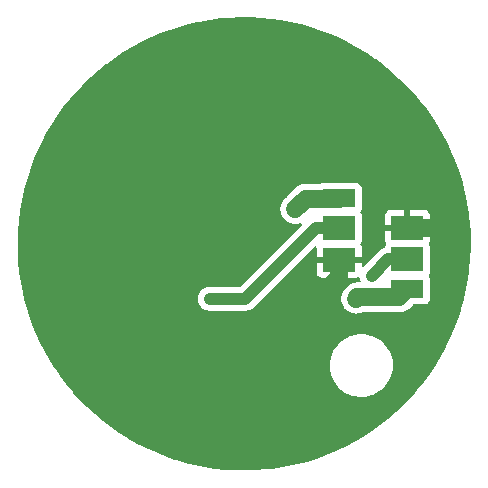
<source format=gbr>
%TF.GenerationSoftware,KiCad,Pcbnew,(6.0.6-0)*%
%TF.CreationDate,2022-07-21T13:24:52+02:00*%
%TF.ProjectId,GlowTubeLEDconnectorA_PCB,476c6f77-5475-4626-954c-4544636f6e6e,rev?*%
%TF.SameCoordinates,Original*%
%TF.FileFunction,Copper,L1,Top*%
%TF.FilePolarity,Positive*%
%FSLAX46Y46*%
G04 Gerber Fmt 4.6, Leading zero omitted, Abs format (unit mm)*
G04 Created by KiCad (PCBNEW (6.0.6-0)) date 2022-07-21 13:24:52*
%MOMM*%
%LPD*%
G01*
G04 APERTURE LIST*
%TA.AperFunction,SMDPad,CuDef*%
%ADD10R,2.800000X1.600000*%
%TD*%
%TA.AperFunction,SMDPad,CuDef*%
%ADD11R,2.800000X2.000000*%
%TD*%
%TA.AperFunction,ViaPad*%
%ADD12C,0.800000*%
%TD*%
%TA.AperFunction,Conductor*%
%ADD13C,1.500000*%
%TD*%
%TA.AperFunction,Conductor*%
%ADD14C,1.000000*%
%TD*%
G04 APERTURE END LIST*
D10*
%TO.P,U2,1,5V*%
%TO.N,+5V*%
X111045600Y-65826200D03*
D11*
%TO.P,U2,2,Data*%
%TO.N,LED2 DATA OUT*%
X111045600Y-68325466D03*
%TO.P,U2,3,GND*%
%TO.N,GND*%
X111045600Y-71024732D03*
%TD*%
D10*
%TO.P,U1,1,5V*%
%TO.N,+5V*%
X116834400Y-73493800D03*
D11*
%TO.P,U1,2,Data*%
%TO.N,LED1 DATA OUT*%
X116834400Y-70994534D03*
%TO.P,U1,3,GND*%
%TO.N,GND*%
X116834400Y-68295268D03*
%TD*%
D12*
%TO.N,+5V*%
X108220000Y-65840000D03*
X112490000Y-74310000D03*
X114290000Y-74200000D03*
X107340000Y-66720000D03*
%TO.N,LED1 DATA OUT*%
X113790000Y-72370000D03*
%TO.N,GND*%
X92360000Y-74950000D03*
X119155268Y-68295268D03*
X119570000Y-69310000D03*
X93730000Y-76320000D03*
%TO.N,LED2 DATA OUT*%
X100080000Y-74320000D03*
%TD*%
D13*
%TO.N,+5V*%
X114290000Y-74200000D02*
X116128200Y-74200000D01*
X112490000Y-74310000D02*
X112600000Y-74200000D01*
X112600000Y-74200000D02*
X114290000Y-74200000D01*
X108220000Y-65840000D02*
X107340000Y-66720000D01*
X108220000Y-65840000D02*
X111031800Y-65840000D01*
X111031800Y-65840000D02*
X111045600Y-65826200D01*
X107340000Y-66720000D02*
X107340000Y-66710000D01*
X116128200Y-74200000D02*
X116834400Y-73493800D01*
X107340000Y-66710000D02*
X107430000Y-66620000D01*
D14*
%TO.N,LED1 DATA OUT*%
X115165466Y-70994534D02*
X116834400Y-70994534D01*
X116959866Y-71120000D02*
X116834400Y-70994534D01*
X113790000Y-72370000D02*
X115165466Y-70994534D01*
D13*
%TO.N,GND*%
X119570000Y-68710000D02*
X119570000Y-69310000D01*
X107210000Y-76320000D02*
X95430000Y-76320000D01*
X111045600Y-71024732D02*
X111045600Y-72484400D01*
X119155268Y-68295268D02*
X119570000Y-68710000D01*
X119570000Y-69310000D02*
X119570000Y-69360000D01*
X95430000Y-76320000D02*
X93730000Y-76320000D01*
X93730000Y-76320000D02*
X92360000Y-74950000D01*
X116834400Y-68295268D02*
X119155268Y-68295268D01*
X111045600Y-72484400D02*
X107210000Y-76320000D01*
D14*
%TO.N,LED2 DATA OUT*%
X111045600Y-68325466D02*
X109094534Y-68325466D01*
X103100000Y-74320000D02*
X100080000Y-74320000D01*
X109094534Y-68325466D02*
X103100000Y-74320000D01*
%TD*%
%TA.AperFunction,Conductor*%
%TO.N,GND*%
G36*
X103542985Y-50485967D02*
G01*
X103548700Y-50486126D01*
X104412701Y-50529895D01*
X104418402Y-50530314D01*
X105279504Y-50613228D01*
X105285180Y-50613905D01*
X106141650Y-50735799D01*
X106147286Y-50736732D01*
X106997315Y-50897347D01*
X107002907Y-50898535D01*
X107844822Y-51097555D01*
X107850355Y-51098997D01*
X108682322Y-51335989D01*
X108687780Y-51337678D01*
X109508189Y-51612183D01*
X109513549Y-51614113D01*
X110111501Y-51844844D01*
X110320658Y-51925551D01*
X110325908Y-51927715D01*
X111118098Y-52275462D01*
X111123225Y-52277853D01*
X111656797Y-52541560D01*
X111898766Y-52661149D01*
X111903833Y-52663798D01*
X112661208Y-53081892D01*
X112666149Y-53084767D01*
X113403761Y-53536776D01*
X113408566Y-53539873D01*
X114124901Y-54024868D01*
X114129562Y-54028180D01*
X114823195Y-54545198D01*
X114827668Y-54548694D01*
X115094489Y-54767084D01*
X115497124Y-55096637D01*
X115501465Y-55100358D01*
X116145346Y-55678079D01*
X116149514Y-55681992D01*
X116766563Y-56288364D01*
X116770548Y-56292463D01*
X117359415Y-56926160D01*
X117363211Y-56930435D01*
X117922755Y-57590226D01*
X117926353Y-57594670D01*
X118455361Y-58279127D01*
X118458754Y-58283728D01*
X118956199Y-58991521D01*
X118959379Y-58996272D01*
X119424187Y-59725875D01*
X119427149Y-59730765D01*
X119858379Y-60480696D01*
X119861116Y-60485716D01*
X120164909Y-61074302D01*
X120257899Y-61254467D01*
X120260398Y-61259593D01*
X120621900Y-62045553D01*
X120624151Y-62050755D01*
X120829208Y-62555748D01*
X120949631Y-62852316D01*
X120951661Y-62857660D01*
X121240434Y-63673127D01*
X121242220Y-63678559D01*
X121493705Y-64506296D01*
X121495240Y-64511796D01*
X121613226Y-64974669D01*
X121708918Y-65350085D01*
X121710201Y-65355643D01*
X121766438Y-65627201D01*
X121885632Y-66202767D01*
X121886664Y-66208390D01*
X122023484Y-67062589D01*
X122024260Y-67068253D01*
X122064439Y-67420900D01*
X122121163Y-67918753D01*
X122122192Y-67927788D01*
X122122709Y-67933472D01*
X122180987Y-68788302D01*
X122181549Y-68796549D01*
X122181808Y-68802242D01*
X122197004Y-69471887D01*
X122201453Y-69667928D01*
X122201478Y-69672102D01*
X122197411Y-70060512D01*
X122197313Y-70069826D01*
X122197200Y-70073996D01*
X122167037Y-70764867D01*
X122159432Y-70939041D01*
X122159054Y-70944730D01*
X122082165Y-71806261D01*
X122082152Y-71806403D01*
X122081517Y-71812068D01*
X122050801Y-72039251D01*
X121965602Y-72669391D01*
X121964712Y-72675014D01*
X121810025Y-73526195D01*
X121808883Y-73531759D01*
X121615745Y-74375044D01*
X121614342Y-74380586D01*
X121383163Y-75214191D01*
X121381511Y-75219664D01*
X121327688Y-75384337D01*
X121112739Y-76041974D01*
X121110858Y-76047316D01*
X120805058Y-76856592D01*
X120802917Y-76861890D01*
X120472478Y-77629164D01*
X120460735Y-77656430D01*
X120458361Y-77661615D01*
X120212005Y-78168965D01*
X120080486Y-78439817D01*
X120077876Y-78444896D01*
X119897646Y-78776839D01*
X119665087Y-79205160D01*
X119662246Y-79210121D01*
X119215389Y-79950883D01*
X119212325Y-79955710D01*
X118732350Y-80675401D01*
X118729071Y-80680085D01*
X118216917Y-81377300D01*
X118213429Y-81381829D01*
X117670191Y-82055070D01*
X117666501Y-82059437D01*
X117437190Y-82318627D01*
X117132557Y-82662953D01*
X117093268Y-82707361D01*
X117089390Y-82711548D01*
X116493938Y-83326007D01*
X116487354Y-83332801D01*
X116483290Y-83336808D01*
X115982083Y-83809121D01*
X115853703Y-83930101D01*
X115849454Y-83933927D01*
X115193599Y-84498051D01*
X115189181Y-84501680D01*
X114508424Y-85035461D01*
X114503847Y-85038885D01*
X113799539Y-85541264D01*
X113794810Y-85544478D01*
X113068476Y-86014364D01*
X113063615Y-86017355D01*
X112316686Y-86453825D01*
X112311700Y-86456589D01*
X111545736Y-86858729D01*
X111540635Y-86861261D01*
X111295226Y-86976219D01*
X110757227Y-87228236D01*
X110751996Y-87230543D01*
X109952752Y-87561601D01*
X109947422Y-87563668D01*
X109134003Y-87858121D01*
X109128584Y-87859945D01*
X108302625Y-88117203D01*
X108297129Y-88118779D01*
X107460359Y-88338301D01*
X107454798Y-88339626D01*
X106608917Y-88520968D01*
X106603301Y-88522039D01*
X105750063Y-88664822D01*
X105744424Y-88665635D01*
X105444255Y-88701959D01*
X104885603Y-88769563D01*
X104879913Y-88770121D01*
X104017275Y-88834983D01*
X104011566Y-88835283D01*
X103529370Y-88849594D01*
X103146809Y-88860948D01*
X103141112Y-88860987D01*
X102479394Y-88850592D01*
X102276149Y-88847399D01*
X102270436Y-88847180D01*
X101406959Y-88794368D01*
X101401262Y-88793890D01*
X100541049Y-88701959D01*
X100535379Y-88701222D01*
X100136562Y-88640195D01*
X99680230Y-88570366D01*
X99674642Y-88569381D01*
X99250467Y-88484622D01*
X98826314Y-88399868D01*
X98820734Y-88398621D01*
X98405109Y-88295765D01*
X97980949Y-88190795D01*
X97975474Y-88189308D01*
X97301287Y-87989604D01*
X97146001Y-87943606D01*
X97140558Y-87941859D01*
X96886058Y-87853731D01*
X96323068Y-87658778D01*
X96317736Y-87656795D01*
X95915832Y-87496858D01*
X95513941Y-87336926D01*
X95508678Y-87334692D01*
X94720220Y-86978690D01*
X94715064Y-86976219D01*
X94205787Y-86717848D01*
X93943589Y-86584827D01*
X93938560Y-86582131D01*
X93714323Y-86455264D01*
X93185600Y-86156127D01*
X93180710Y-86153211D01*
X92447849Y-85693489D01*
X92443126Y-85690375D01*
X91731872Y-85197879D01*
X91727270Y-85194537D01*
X91039086Y-84670280D01*
X91034618Y-84666713D01*
X90370945Y-84111797D01*
X90366644Y-84108031D01*
X89728850Y-83523600D01*
X89724723Y-83519643D01*
X89114069Y-82906853D01*
X89110127Y-82902713D01*
X88527916Y-82262872D01*
X88524165Y-82258557D01*
X88144893Y-81801722D01*
X87971568Y-81592952D01*
X87968026Y-81588483D01*
X87935060Y-81544893D01*
X87446183Y-80898482D01*
X87442846Y-80893854D01*
X87292708Y-80675401D01*
X86952852Y-80180908D01*
X86949722Y-80176124D01*
X86858161Y-80029025D01*
X110266884Y-80029025D01*
X110267186Y-80032860D01*
X110285138Y-80260957D01*
X110292400Y-80353235D01*
X110357236Y-80671918D01*
X110460428Y-80980324D01*
X110600435Y-81273856D01*
X110775171Y-81548137D01*
X110777614Y-81551100D01*
X110777615Y-81551102D01*
X110927338Y-81732730D01*
X110982031Y-81799078D01*
X111217932Y-82022939D01*
X111479356Y-82216383D01*
X111557787Y-82260757D01*
X111759049Y-82374626D01*
X111759053Y-82374628D01*
X111762406Y-82376525D01*
X112062862Y-82500978D01*
X112166318Y-82529669D01*
X112372530Y-82586857D01*
X112372538Y-82586859D01*
X112376246Y-82587887D01*
X112697886Y-82635956D01*
X112701184Y-82636100D01*
X112812948Y-82640980D01*
X112812952Y-82640980D01*
X112814324Y-82641040D01*
X113012628Y-82641040D01*
X113254635Y-82626238D01*
X113258418Y-82625537D01*
X113258425Y-82625536D01*
X113458489Y-82588456D01*
X113574402Y-82566973D01*
X113783712Y-82500978D01*
X113880890Y-82470338D01*
X113880893Y-82470337D01*
X113884562Y-82469180D01*
X113888059Y-82467586D01*
X113888065Y-82467584D01*
X114176984Y-82335916D01*
X114176988Y-82335914D01*
X114180492Y-82334317D01*
X114457781Y-82164394D01*
X114460785Y-82162004D01*
X114460790Y-82162001D01*
X114595220Y-82055070D01*
X114712294Y-81961945D01*
X114714988Y-81959204D01*
X114714992Y-81959200D01*
X114937543Y-81732730D01*
X114937547Y-81732725D01*
X114940238Y-81729987D01*
X115138215Y-81471979D01*
X115303272Y-81191767D01*
X115432950Y-80893528D01*
X115525315Y-80581709D01*
X115578991Y-80260957D01*
X115593176Y-79936055D01*
X115580418Y-79773950D01*
X115567962Y-79615680D01*
X115567962Y-79615677D01*
X115567660Y-79611845D01*
X115502824Y-79293162D01*
X115399632Y-78984756D01*
X115259625Y-78691224D01*
X115252388Y-78679863D01*
X115133407Y-78493101D01*
X115084889Y-78416943D01*
X114937500Y-78238146D01*
X114880472Y-78168965D01*
X114880468Y-78168960D01*
X114878029Y-78166002D01*
X114642128Y-77942141D01*
X114380704Y-77748697D01*
X114175811Y-77632774D01*
X114101011Y-77590454D01*
X114101007Y-77590452D01*
X114097654Y-77588555D01*
X113797198Y-77464102D01*
X113693742Y-77435411D01*
X113487530Y-77378223D01*
X113487522Y-77378221D01*
X113483814Y-77377193D01*
X113162174Y-77329124D01*
X113158876Y-77328980D01*
X113047112Y-77324100D01*
X113047108Y-77324100D01*
X113045736Y-77324040D01*
X112847432Y-77324040D01*
X112605425Y-77338842D01*
X112601642Y-77339543D01*
X112601635Y-77339544D01*
X112445542Y-77368474D01*
X112285658Y-77398107D01*
X112101088Y-77456302D01*
X111979170Y-77494742D01*
X111979167Y-77494743D01*
X111975498Y-77495900D01*
X111972001Y-77497494D01*
X111971995Y-77497496D01*
X111683076Y-77629164D01*
X111683072Y-77629166D01*
X111679568Y-77630763D01*
X111402279Y-77800686D01*
X111399275Y-77803076D01*
X111399270Y-77803079D01*
X111278307Y-77899298D01*
X111147766Y-78003135D01*
X111145072Y-78005876D01*
X111145068Y-78005880D01*
X110922517Y-78232350D01*
X110922513Y-78232355D01*
X110919822Y-78235093D01*
X110721845Y-78493101D01*
X110556788Y-78773313D01*
X110427110Y-79071552D01*
X110426016Y-79075246D01*
X110426014Y-79075251D01*
X110386788Y-79207676D01*
X110334745Y-79383371D01*
X110281069Y-79704123D01*
X110266884Y-80029025D01*
X86858161Y-80029025D01*
X86492587Y-79441707D01*
X86489676Y-79436786D01*
X86066310Y-78682355D01*
X86063626Y-78677307D01*
X85674925Y-77904462D01*
X85672473Y-77899298D01*
X85477800Y-77464102D01*
X85319230Y-77109614D01*
X85317017Y-77104350D01*
X84999959Y-76299451D01*
X84997985Y-76294086D01*
X84717762Y-75475621D01*
X84716034Y-75470171D01*
X84473240Y-74639878D01*
X84471760Y-74634356D01*
X84393403Y-74312925D01*
X99066645Y-74312925D01*
X99084570Y-74509888D01*
X99140410Y-74699619D01*
X99143263Y-74705077D01*
X99143265Y-74705081D01*
X99189109Y-74792771D01*
X99232040Y-74874890D01*
X99355968Y-75029025D01*
X99360692Y-75032989D01*
X99367933Y-75039065D01*
X99507474Y-75156154D01*
X99512872Y-75159121D01*
X99512877Y-75159125D01*
X99622999Y-75219664D01*
X99680787Y-75251433D01*
X99686654Y-75253294D01*
X99686656Y-75253295D01*
X99845726Y-75303755D01*
X99869306Y-75311235D01*
X100023227Y-75328500D01*
X103038157Y-75328500D01*
X103051764Y-75329237D01*
X103083262Y-75332659D01*
X103083267Y-75332659D01*
X103089388Y-75333324D01*
X103115638Y-75331027D01*
X103139388Y-75328950D01*
X103144214Y-75328621D01*
X103146686Y-75328500D01*
X103149769Y-75328500D01*
X103161738Y-75327326D01*
X103192506Y-75324310D01*
X103193819Y-75324188D01*
X103238084Y-75320315D01*
X103286413Y-75316087D01*
X103291532Y-75314600D01*
X103296833Y-75314080D01*
X103385834Y-75287209D01*
X103386967Y-75286874D01*
X103470414Y-75262630D01*
X103470418Y-75262628D01*
X103476336Y-75260909D01*
X103481068Y-75258456D01*
X103486169Y-75256916D01*
X103519863Y-75239001D01*
X103568260Y-75213269D01*
X103569426Y-75212657D01*
X103646453Y-75172729D01*
X103651926Y-75169892D01*
X103656089Y-75166569D01*
X103660796Y-75164066D01*
X103732918Y-75105245D01*
X103733774Y-75104554D01*
X103772973Y-75073262D01*
X103775477Y-75070758D01*
X103776195Y-75070116D01*
X103780528Y-75066415D01*
X103814062Y-75039065D01*
X103843288Y-75003737D01*
X103851277Y-74994958D01*
X104628778Y-74217457D01*
X111229806Y-74217457D01*
X111233335Y-74442081D01*
X111234415Y-74447586D01*
X111274104Y-74649881D01*
X111276585Y-74662529D01*
X111278623Y-74667755D01*
X111278624Y-74667760D01*
X111293175Y-74705081D01*
X111358190Y-74871835D01*
X111475570Y-75063382D01*
X111479305Y-75067575D01*
X111479308Y-75067578D01*
X111567506Y-75166569D01*
X111625015Y-75231115D01*
X111801801Y-75369734D01*
X111806760Y-75372359D01*
X111806759Y-75372359D01*
X111988533Y-75468602D01*
X112000341Y-75474854D01*
X112005687Y-75476560D01*
X112005689Y-75476561D01*
X112115925Y-75511742D01*
X112214357Y-75543156D01*
X112219914Y-75543888D01*
X112219916Y-75543888D01*
X112325721Y-75557817D01*
X112437086Y-75572479D01*
X112442685Y-75572215D01*
X112442687Y-75572215D01*
X112549287Y-75567187D01*
X112661488Y-75561896D01*
X112880470Y-75511742D01*
X112981611Y-75468602D01*
X113031043Y-75458500D01*
X116036804Y-75458500D01*
X116053251Y-75459578D01*
X116069716Y-75461746D01*
X116069720Y-75461746D01*
X116075286Y-75462479D01*
X116156689Y-75458640D01*
X116162624Y-75458500D01*
X116185199Y-75458500D01*
X116211189Y-75456181D01*
X116216448Y-75455822D01*
X116299688Y-75451896D01*
X116305147Y-75450646D01*
X116305152Y-75450645D01*
X116317170Y-75447892D01*
X116334099Y-75445211D01*
X116351962Y-75443617D01*
X116357378Y-75442135D01*
X116357380Y-75442135D01*
X116432333Y-75421630D01*
X116437451Y-75420344D01*
X116513200Y-75402995D01*
X116513202Y-75402994D01*
X116518670Y-75401742D01*
X116529170Y-75397263D01*
X116535167Y-75394706D01*
X116551342Y-75389073D01*
X116563239Y-75385818D01*
X116563243Y-75385817D01*
X116568651Y-75384337D01*
X116643867Y-75348461D01*
X116648676Y-75346290D01*
X116720149Y-75315804D01*
X116720150Y-75315804D01*
X116725309Y-75313603D01*
X116740310Y-75303749D01*
X116755225Y-75295346D01*
X116771418Y-75287622D01*
X116775969Y-75284352D01*
X116775972Y-75284350D01*
X116839081Y-75239001D01*
X116843432Y-75236011D01*
X116909210Y-75192804D01*
X116909218Y-75192798D01*
X116913074Y-75190265D01*
X116933862Y-75171743D01*
X116944139Y-75163510D01*
X116953854Y-75156529D01*
X117028260Y-75079748D01*
X117029649Y-75078338D01*
X117268782Y-74839205D01*
X117331094Y-74805179D01*
X117357877Y-74802300D01*
X118282534Y-74802300D01*
X118344716Y-74795545D01*
X118481105Y-74744415D01*
X118597661Y-74657061D01*
X118685015Y-74540505D01*
X118736145Y-74404116D01*
X118742900Y-74341934D01*
X118742900Y-72645666D01*
X118736145Y-72583484D01*
X118685015Y-72447095D01*
X118664507Y-72419731D01*
X118639660Y-72353224D01*
X118654714Y-72283842D01*
X118664507Y-72268603D01*
X118679629Y-72248425D01*
X118685015Y-72241239D01*
X118736145Y-72104850D01*
X118742900Y-72042668D01*
X118742900Y-69946400D01*
X118736145Y-69884218D01*
X118685015Y-69747829D01*
X118664195Y-69720049D01*
X118639347Y-69653543D01*
X118654400Y-69584160D01*
X118664195Y-69568919D01*
X118679186Y-69548916D01*
X118687724Y-69533322D01*
X118732878Y-69412874D01*
X118736505Y-69397619D01*
X118742031Y-69346754D01*
X118742400Y-69339940D01*
X118742400Y-68567383D01*
X118737925Y-68552144D01*
X118736535Y-68550939D01*
X118728852Y-68549268D01*
X114944516Y-68549268D01*
X114929277Y-68553743D01*
X114928072Y-68555133D01*
X114926401Y-68562816D01*
X114926401Y-69339937D01*
X114926771Y-69346758D01*
X114932295Y-69397620D01*
X114935921Y-69412872D01*
X114981076Y-69533322D01*
X114989614Y-69548916D01*
X115004605Y-69568919D01*
X115029453Y-69635425D01*
X115014400Y-69704808D01*
X115004605Y-69720049D01*
X114983785Y-69747829D01*
X114932655Y-69884218D01*
X114931802Y-69892074D01*
X114927439Y-69932232D01*
X114900197Y-69997794D01*
X114837330Y-70039621D01*
X114795052Y-70051904D01*
X114795048Y-70051906D01*
X114789130Y-70053625D01*
X114784398Y-70056078D01*
X114779297Y-70057618D01*
X114773854Y-70060512D01*
X114697206Y-70101265D01*
X114696040Y-70101877D01*
X114619013Y-70141805D01*
X114613540Y-70144642D01*
X114609377Y-70147965D01*
X114604670Y-70150468D01*
X114599895Y-70154362D01*
X114599894Y-70154363D01*
X114532568Y-70209273D01*
X114531541Y-70210101D01*
X114495258Y-70239065D01*
X114495253Y-70239070D01*
X114492494Y-70241272D01*
X114489993Y-70243773D01*
X114489275Y-70244415D01*
X114484927Y-70248128D01*
X114451404Y-70275469D01*
X114447481Y-70280211D01*
X114447479Y-70280213D01*
X114422169Y-70310807D01*
X114414179Y-70319587D01*
X113168695Y-71565071D01*
X113106383Y-71599097D01*
X113035568Y-71594032D01*
X112978732Y-71551485D01*
X112953921Y-71484965D01*
X112953600Y-71475976D01*
X112953600Y-71296847D01*
X112949125Y-71281608D01*
X112947735Y-71280403D01*
X112940052Y-71278732D01*
X111317715Y-71278732D01*
X111302476Y-71283207D01*
X111301271Y-71284597D01*
X111299600Y-71292280D01*
X111299600Y-72514616D01*
X111304075Y-72529855D01*
X111305465Y-72531060D01*
X111313148Y-72532731D01*
X112490269Y-72532731D01*
X112497090Y-72532361D01*
X112547952Y-72526837D01*
X112563203Y-72523211D01*
X112634737Y-72496394D01*
X112705544Y-72491211D01*
X112767913Y-72525131D01*
X112799716Y-72578380D01*
X112824148Y-72660335D01*
X112851741Y-72752896D01*
X112854614Y-72758345D01*
X112856943Y-72764052D01*
X112855375Y-72764692D01*
X112867842Y-72826324D01*
X112842062Y-72892475D01*
X112784611Y-72934186D01*
X112742308Y-72941500D01*
X112691395Y-72941500D01*
X112674948Y-72940422D01*
X112658483Y-72938254D01*
X112658479Y-72938254D01*
X112652913Y-72937521D01*
X112571511Y-72941360D01*
X112565575Y-72941500D01*
X112543001Y-72941500D01*
X112518886Y-72943652D01*
X112517013Y-72943819D01*
X112511750Y-72944178D01*
X112495933Y-72944924D01*
X112428511Y-72948104D01*
X112423048Y-72949355D01*
X112423042Y-72949356D01*
X112411032Y-72952107D01*
X112394100Y-72954789D01*
X112376238Y-72956383D01*
X112370827Y-72957863D01*
X112370823Y-72957864D01*
X112324157Y-72970631D01*
X112295848Y-72978376D01*
X112290750Y-72979656D01*
X112209530Y-72998258D01*
X112204369Y-73000459D01*
X112204370Y-73000459D01*
X112193033Y-73005294D01*
X112176858Y-73010927D01*
X112164961Y-73014182D01*
X112164957Y-73014183D01*
X112159549Y-73015663D01*
X112154483Y-73018079D01*
X112154484Y-73018079D01*
X112084333Y-73051539D01*
X112079524Y-73053710D01*
X112002891Y-73086397D01*
X111987890Y-73096251D01*
X111972975Y-73104654D01*
X111956782Y-73112378D01*
X111952234Y-73115646D01*
X111952229Y-73115649D01*
X111889114Y-73161002D01*
X111884777Y-73163982D01*
X111815125Y-73209735D01*
X111794344Y-73228251D01*
X111784048Y-73236500D01*
X111774346Y-73243471D01*
X111699968Y-73320223D01*
X111698579Y-73321633D01*
X111559802Y-73460410D01*
X111452406Y-73588854D01*
X111341101Y-73783993D01*
X111339232Y-73789270D01*
X111339230Y-73789275D01*
X111292272Y-73921881D01*
X111266111Y-73995759D01*
X111229806Y-74217457D01*
X104628778Y-74217457D01*
X106376717Y-72469518D01*
X106776834Y-72069401D01*
X109137601Y-72069401D01*
X109137971Y-72076222D01*
X109143495Y-72127084D01*
X109147121Y-72142336D01*
X109192276Y-72262786D01*
X109200814Y-72278381D01*
X109277315Y-72380456D01*
X109289876Y-72393017D01*
X109391951Y-72469518D01*
X109407546Y-72478056D01*
X109527994Y-72523210D01*
X109543249Y-72526837D01*
X109594114Y-72532363D01*
X109600928Y-72532732D01*
X110773485Y-72532732D01*
X110788724Y-72528257D01*
X110789929Y-72526867D01*
X110791600Y-72519184D01*
X110791600Y-71296847D01*
X110787125Y-71281608D01*
X110785735Y-71280403D01*
X110778052Y-71278732D01*
X109155716Y-71278732D01*
X109140477Y-71283207D01*
X109139272Y-71284597D01*
X109137601Y-71292280D01*
X109137601Y-72069401D01*
X106776834Y-72069401D01*
X108922505Y-69923729D01*
X108984817Y-69889703D01*
X109055632Y-69894768D01*
X109112468Y-69937315D01*
X109137279Y-70003835D01*
X109137600Y-70012824D01*
X109137600Y-70752617D01*
X109142075Y-70767856D01*
X109143465Y-70769061D01*
X109151148Y-70770732D01*
X112935484Y-70770732D01*
X112950723Y-70766257D01*
X112951928Y-70764867D01*
X112953599Y-70757184D01*
X112953599Y-69980063D01*
X112953229Y-69973242D01*
X112947705Y-69922380D01*
X112944079Y-69907128D01*
X112898924Y-69786678D01*
X112890386Y-69771084D01*
X112875395Y-69751081D01*
X112850547Y-69684575D01*
X112865600Y-69615192D01*
X112875395Y-69599951D01*
X112896215Y-69572171D01*
X112947345Y-69435782D01*
X112954100Y-69373600D01*
X112954100Y-68023153D01*
X114926400Y-68023153D01*
X114930875Y-68038392D01*
X114932265Y-68039597D01*
X114939948Y-68041268D01*
X116562285Y-68041268D01*
X116577524Y-68036793D01*
X116578729Y-68035403D01*
X116580400Y-68027720D01*
X116580400Y-68023153D01*
X117088400Y-68023153D01*
X117092875Y-68038392D01*
X117094265Y-68039597D01*
X117101948Y-68041268D01*
X118724284Y-68041268D01*
X118739523Y-68036793D01*
X118740728Y-68035403D01*
X118742399Y-68027720D01*
X118742399Y-67250599D01*
X118742029Y-67243778D01*
X118736505Y-67192916D01*
X118732879Y-67177664D01*
X118687724Y-67057214D01*
X118679186Y-67041619D01*
X118602685Y-66939544D01*
X118590124Y-66926983D01*
X118488049Y-66850482D01*
X118472454Y-66841944D01*
X118352006Y-66796790D01*
X118336751Y-66793163D01*
X118285886Y-66787637D01*
X118279072Y-66787268D01*
X117106515Y-66787268D01*
X117091276Y-66791743D01*
X117090071Y-66793133D01*
X117088400Y-66800816D01*
X117088400Y-68023153D01*
X116580400Y-68023153D01*
X116580400Y-66805384D01*
X116575925Y-66790145D01*
X116574535Y-66788940D01*
X116566852Y-66787269D01*
X115389731Y-66787269D01*
X115382910Y-66787639D01*
X115332048Y-66793163D01*
X115316796Y-66796789D01*
X115196346Y-66841944D01*
X115180751Y-66850482D01*
X115078676Y-66926983D01*
X115066115Y-66939544D01*
X114989614Y-67041619D01*
X114981076Y-67057214D01*
X114935922Y-67177662D01*
X114932295Y-67192917D01*
X114926769Y-67243782D01*
X114926400Y-67250596D01*
X114926400Y-68023153D01*
X112954100Y-68023153D01*
X112954100Y-67277332D01*
X112947345Y-67215150D01*
X112896215Y-67078761D01*
X112875707Y-67051397D01*
X112850860Y-66984890D01*
X112865914Y-66915508D01*
X112875707Y-66900269D01*
X112890829Y-66880091D01*
X112896215Y-66872905D01*
X112947345Y-66736516D01*
X112954100Y-66674334D01*
X112954100Y-64978066D01*
X112947345Y-64915884D01*
X112896215Y-64779495D01*
X112808861Y-64662939D01*
X112692305Y-64575585D01*
X112555916Y-64524455D01*
X112493734Y-64517700D01*
X109597466Y-64517700D01*
X109535284Y-64524455D01*
X109407303Y-64572433D01*
X109404505Y-64573482D01*
X109360275Y-64581500D01*
X108311396Y-64581500D01*
X108294949Y-64580422D01*
X108294270Y-64580333D01*
X108272914Y-64577521D01*
X108267314Y-64577785D01*
X108267313Y-64577785D01*
X108191504Y-64581360D01*
X108185569Y-64581500D01*
X108163001Y-64581500D01*
X108160218Y-64581748D01*
X108160204Y-64581749D01*
X108137023Y-64583818D01*
X108131760Y-64584177D01*
X108102342Y-64585564D01*
X108048512Y-64588103D01*
X108031023Y-64592108D01*
X108014104Y-64594788D01*
X108009618Y-64595189D01*
X107996238Y-64596383D01*
X107990830Y-64597862D01*
X107990827Y-64597863D01*
X107915870Y-64618369D01*
X107910752Y-64619655D01*
X107835000Y-64637005D01*
X107834998Y-64637006D01*
X107829530Y-64638258D01*
X107819030Y-64642737D01*
X107813033Y-64645294D01*
X107796858Y-64650927D01*
X107790806Y-64652583D01*
X107779549Y-64655663D01*
X107774494Y-64658074D01*
X107774489Y-64658076D01*
X107704317Y-64691546D01*
X107699508Y-64693717D01*
X107628053Y-64724195D01*
X107628047Y-64724198D01*
X107622892Y-64726397D01*
X107607902Y-64736244D01*
X107592974Y-64744655D01*
X107576782Y-64752378D01*
X107572229Y-64755650D01*
X107572225Y-64755652D01*
X107509103Y-64801010D01*
X107504753Y-64803999D01*
X107435126Y-64849735D01*
X107414338Y-64868257D01*
X107404061Y-64876490D01*
X107394346Y-64883471D01*
X107390444Y-64887498D01*
X107319970Y-64960221D01*
X107318581Y-64961632D01*
X106669852Y-65610360D01*
X106652642Y-65624371D01*
X106652652Y-65624385D01*
X106652182Y-65624746D01*
X106649935Y-65626575D01*
X106649333Y-65626971D01*
X106645125Y-65629735D01*
X106641687Y-65632798D01*
X106641682Y-65632802D01*
X106607144Y-65663575D01*
X106602490Y-65667722D01*
X106514737Y-65755475D01*
X106502347Y-65766342D01*
X106484708Y-65779877D01*
X106430188Y-65839794D01*
X106429842Y-65840174D01*
X106425743Y-65844469D01*
X106409802Y-65860410D01*
X106408007Y-65862557D01*
X106408005Y-65862559D01*
X106393068Y-65880423D01*
X106389600Y-65884398D01*
X106337288Y-65941888D01*
X106337281Y-65941897D01*
X106333515Y-65946036D01*
X106330538Y-65950782D01*
X106330537Y-65950783D01*
X106323987Y-65961225D01*
X106313911Y-65975093D01*
X106306004Y-65984549D01*
X106305997Y-65984559D01*
X106302406Y-65988854D01*
X106293030Y-66005292D01*
X106261118Y-66061240D01*
X106258413Y-66065759D01*
X106214136Y-66136344D01*
X106212043Y-66141549D01*
X106212042Y-66141552D01*
X106207448Y-66152979D01*
X106199988Y-66168411D01*
X106193880Y-66179119D01*
X106193876Y-66179128D01*
X106191101Y-66183993D01*
X106189232Y-66189270D01*
X106189230Y-66189275D01*
X106163285Y-66262542D01*
X106161420Y-66267478D01*
X106130344Y-66344783D01*
X106129208Y-66350270D01*
X106129207Y-66350272D01*
X106126706Y-66362349D01*
X106122101Y-66378844D01*
X106116111Y-66395759D01*
X106115204Y-66401298D01*
X106102643Y-66478001D01*
X106101683Y-66483180D01*
X106084787Y-66564767D01*
X106084521Y-66569379D01*
X106084521Y-66569380D01*
X106083185Y-66592548D01*
X106081738Y-66605653D01*
X106080712Y-66611919D01*
X106080711Y-66611929D01*
X106079806Y-66617457D01*
X106079894Y-66623061D01*
X106079935Y-66625715D01*
X106079902Y-66626870D01*
X106079806Y-66627457D01*
X106079834Y-66629236D01*
X106081484Y-66734264D01*
X106081500Y-66736243D01*
X106081500Y-66776999D01*
X106081748Y-66779775D01*
X106081885Y-66781314D01*
X106082368Y-66790529D01*
X106083335Y-66852081D01*
X106084416Y-66857591D01*
X106090990Y-66891102D01*
X106092848Y-66904156D01*
X106096383Y-66943762D01*
X106107634Y-66984890D01*
X106112622Y-67003123D01*
X106114731Y-67012111D01*
X106126585Y-67072529D01*
X106141034Y-67109589D01*
X106145170Y-67122096D01*
X106155663Y-67160451D01*
X106158074Y-67165505D01*
X106158077Y-67165514D01*
X106182162Y-67216009D01*
X106185829Y-67224483D01*
X106199538Y-67259643D01*
X106208190Y-67281835D01*
X106211117Y-67286611D01*
X106228970Y-67315745D01*
X106235261Y-67327331D01*
X106252378Y-67363218D01*
X106269475Y-67387011D01*
X106288300Y-67413209D01*
X106293394Y-67420876D01*
X106325570Y-67473382D01*
X106329307Y-67477576D01*
X106329309Y-67477579D01*
X106352022Y-67503071D01*
X106360268Y-67513363D01*
X106383471Y-67545654D01*
X106387502Y-67549560D01*
X106387506Y-67549565D01*
X106427679Y-67588495D01*
X106434051Y-67595138D01*
X106475015Y-67641115D01*
X106506308Y-67665652D01*
X106516237Y-67674314D01*
X106544799Y-67701992D01*
X106557111Y-67710265D01*
X106595898Y-67736329D01*
X106603368Y-67741757D01*
X106651801Y-67779734D01*
X106686941Y-67798339D01*
X106698258Y-67805112D01*
X106731262Y-67827290D01*
X106787650Y-67852043D01*
X106795926Y-67856043D01*
X106850341Y-67884854D01*
X106888228Y-67896945D01*
X106900542Y-67901599D01*
X106936967Y-67917588D01*
X106942418Y-67918897D01*
X106942422Y-67918898D01*
X106996830Y-67931960D01*
X107005724Y-67934444D01*
X107046400Y-67947425D01*
X107064357Y-67953156D01*
X107103778Y-67958346D01*
X107116743Y-67960749D01*
X107149946Y-67968721D01*
X107149957Y-67968723D01*
X107155411Y-67970032D01*
X107216863Y-67973575D01*
X107226052Y-67974444D01*
X107230383Y-67975014D01*
X107281516Y-67981746D01*
X107281519Y-67981746D01*
X107287086Y-67982479D01*
X107326812Y-67980605D01*
X107339995Y-67980674D01*
X107379690Y-67982963D01*
X107440806Y-67975568D01*
X107450003Y-67974796D01*
X107511488Y-67971896D01*
X107550252Y-67963018D01*
X107563236Y-67960752D01*
X107585948Y-67958004D01*
X107597146Y-67956649D01*
X107597147Y-67956649D01*
X107602715Y-67955975D01*
X107661572Y-67937868D01*
X107670477Y-67935482D01*
X107704072Y-67927788D01*
X107725000Y-67922995D01*
X107725002Y-67922994D01*
X107730470Y-67921742D01*
X107735626Y-67919543D01*
X107738057Y-67918753D01*
X107809025Y-67916729D01*
X107869821Y-67953394D01*
X107901144Y-68017108D01*
X107893047Y-68087641D01*
X107866085Y-68127680D01*
X105442068Y-70551698D01*
X102719171Y-73274595D01*
X102656859Y-73308621D01*
X102630076Y-73311500D01*
X100030231Y-73311500D01*
X100027175Y-73311800D01*
X100027168Y-73311800D01*
X99968660Y-73317537D01*
X99883167Y-73325920D01*
X99877266Y-73327702D01*
X99877264Y-73327702D01*
X99803947Y-73349838D01*
X99693831Y-73383084D01*
X99519204Y-73475934D01*
X99454155Y-73528987D01*
X99370713Y-73597040D01*
X99370710Y-73597043D01*
X99365938Y-73600935D01*
X99362011Y-73605682D01*
X99362009Y-73605684D01*
X99243799Y-73748575D01*
X99243797Y-73748579D01*
X99239870Y-73753325D01*
X99145802Y-73927299D01*
X99087318Y-74116232D01*
X99066645Y-74312925D01*
X84393403Y-74312925D01*
X84266873Y-73793877D01*
X84265645Y-73788293D01*
X84099094Y-72939379D01*
X84098121Y-72933745D01*
X84028742Y-72469518D01*
X83970254Y-72078165D01*
X83969538Y-72072499D01*
X83880611Y-71211971D01*
X83880153Y-71206272D01*
X83830356Y-70342639D01*
X83830156Y-70336925D01*
X83828961Y-70239065D01*
X83822033Y-69672105D01*
X83819587Y-69471887D01*
X83819647Y-69466170D01*
X83848329Y-68601562D01*
X83848648Y-68595854D01*
X83852315Y-68549268D01*
X83916523Y-67733419D01*
X83917101Y-67727735D01*
X83920308Y-67701992D01*
X84024026Y-66869290D01*
X84024861Y-66863634D01*
X84170621Y-66010904D01*
X84171712Y-66005292D01*
X84356004Y-65160051D01*
X84357349Y-65154494D01*
X84579789Y-64318505D01*
X84581384Y-64313015D01*
X84841519Y-63487973D01*
X84843361Y-63482561D01*
X85140659Y-62670153D01*
X85142745Y-62664830D01*
X85401804Y-62045530D01*
X85476595Y-61866737D01*
X85478919Y-61861518D01*
X85848618Y-61079414D01*
X85851178Y-61074302D01*
X86255975Y-60309774D01*
X86258764Y-60304783D01*
X86697826Y-59559403D01*
X86700838Y-59554544D01*
X87173284Y-58829813D01*
X87176515Y-58825096D01*
X87187850Y-58809323D01*
X87681317Y-58122591D01*
X87684751Y-58118033D01*
X88220922Y-57439124D01*
X88224566Y-57434719D01*
X88790977Y-56780835D01*
X88794818Y-56776599D01*
X89254246Y-56292463D01*
X89390323Y-56149068D01*
X89394297Y-56145065D01*
X90017691Y-55545160D01*
X90021888Y-55541302D01*
X90671787Y-54970352D01*
X90676166Y-54966677D01*
X91351310Y-54425784D01*
X91355852Y-54422311D01*
X92054842Y-53912599D01*
X92059537Y-53909336D01*
X92780931Y-53431855D01*
X92785759Y-53428816D01*
X93528069Y-52984552D01*
X93533022Y-52981738D01*
X94294719Y-52571606D01*
X94299809Y-52569012D01*
X95079340Y-52193850D01*
X95084546Y-52191489D01*
X95169171Y-52155393D01*
X95880271Y-51852083D01*
X95885544Y-51849973D01*
X96695900Y-51546994D01*
X96701259Y-51545128D01*
X97524522Y-51279221D01*
X97529953Y-51277602D01*
X98364408Y-51049322D01*
X98369936Y-51047944D01*
X99032913Y-50898535D01*
X99213873Y-50857754D01*
X99219478Y-50856624D01*
X100071150Y-50704918D01*
X100076800Y-50704043D01*
X100934482Y-50591127D01*
X100940165Y-50590510D01*
X101802129Y-50516613D01*
X101807819Y-50516255D01*
X102567942Y-50485725D01*
X102672200Y-50481538D01*
X102677917Y-50481438D01*
X103542985Y-50485967D01*
G37*
%TD.AperFunction*%
%TD*%
M02*

</source>
